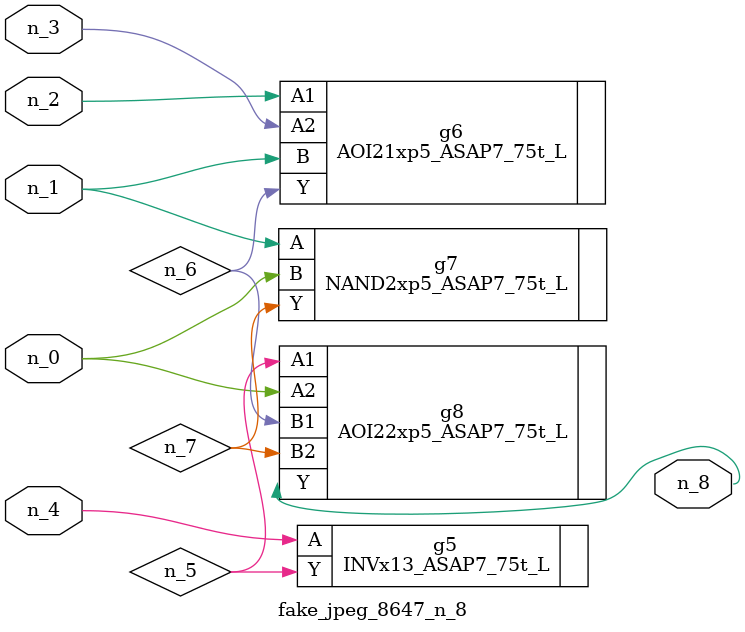
<source format=v>
module fake_jpeg_8647_n_8 (n_3, n_2, n_1, n_0, n_4, n_8);

input n_3;
input n_2;
input n_1;
input n_0;
input n_4;

output n_8;

wire n_6;
wire n_5;
wire n_7;

INVx13_ASAP7_75t_L g5 ( 
.A(n_4),
.Y(n_5)
);

AOI21xp5_ASAP7_75t_L g6 ( 
.A1(n_2),
.A2(n_3),
.B(n_1),
.Y(n_6)
);

NAND2xp5_ASAP7_75t_L g7 ( 
.A(n_1),
.B(n_0),
.Y(n_7)
);

AOI22xp5_ASAP7_75t_L g8 ( 
.A1(n_5),
.A2(n_0),
.B1(n_6),
.B2(n_7),
.Y(n_8)
);


endmodule
</source>
